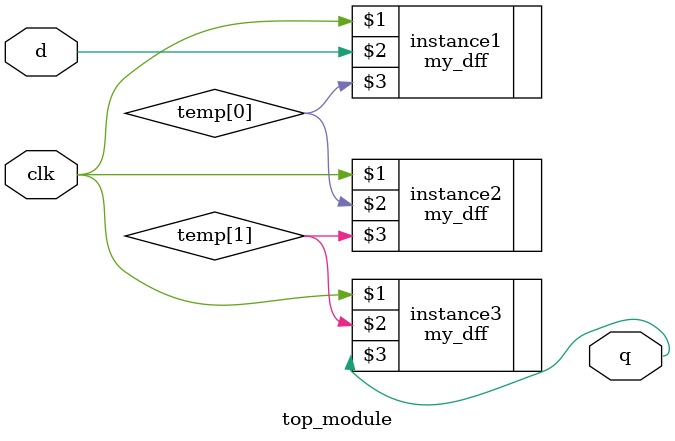
<source format=v>
module top_module(
    input clk,
    input d,
    output q
);
    wire temp[0:1];
    my_dff instance1(clk, d, temp[0]);
    my_dff instance2(clk, temp[0], temp[1]);
    my_dff instance3(clk, temp[1], q);
endmodule

</source>
